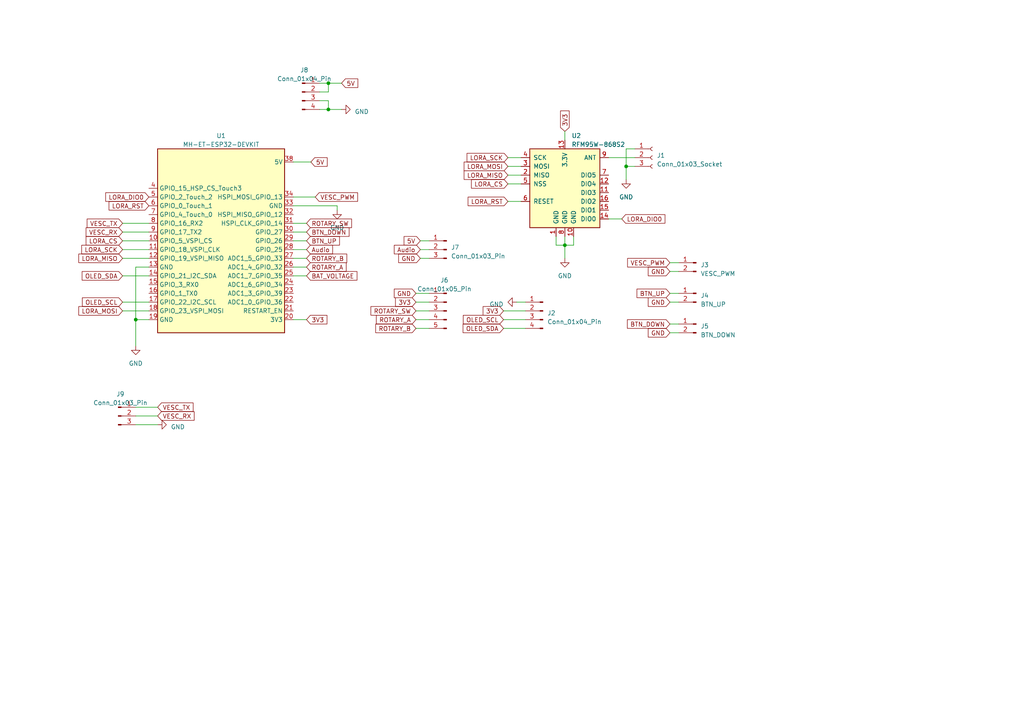
<source format=kicad_sch>
(kicad_sch (version 20230121) (generator eeschema)
  (paper "A4")
  (lib_symbols
    (symbol "Connector:Conn_01x02_Pin" (pin_names (offset 1.016) hide)
      (property "Reference" "J" (at 0 2.54 0))
      (property "Value" "Conn_01x02_Pin" (at 0 -5.08 0))
      (symbol "Conn_01x02_Pin_1_1"
        (polyline (pts (xy 1.27 -2.54) (xy 0.8636 -2.54)) (stroke (width 0.1524)))
        (polyline (pts (xy 1.27 0) (xy 0.8636 0)) (stroke (width 0.1524)))
        (rectangle (start 0.8636 -2.413) (end 0 -2.667) (stroke (width 0.1524)) (fill (type outline)))
        (rectangle (start 0.8636 0.127) (end 0 -0.127) (stroke (width 0.1524)) (fill (type outline)))
        (pin passive line (at 5.08 0 180) (length 3.81) (name "Pin_1") (number "1"))
        (pin passive line (at 5.08 -2.54 180) (length 3.81) (name "Pin_2") (number "2"))
      )
    )
    (symbol "Connector:Conn_01x03_Pin" (pin_names (offset 1.016) hide)
      (property "Reference" "J" (at 0 5.08 0))
      (property "Value" "Conn_01x03_Pin" (at 0 -5.08 0))
      (symbol "Conn_01x03_Pin_1_1"
        (polyline (pts (xy 1.27 -2.54) (xy 0.8636 -2.54)) (stroke (width 0.1524)))
        (polyline (pts (xy 1.27 0) (xy 0.8636 0)) (stroke (width 0.1524)))
        (polyline (pts (xy 1.27 2.54) (xy 0.8636 2.54)) (stroke (width 0.1524)))
        (rectangle (start 0.8636 -2.413) (end 0 -2.667) (stroke (width 0.1524)) (fill (type outline)))
        (rectangle (start 0.8636 0.127) (end 0 -0.127) (stroke (width 0.1524)) (fill (type outline)))
        (rectangle (start 0.8636 2.667) (end 0 2.413) (stroke (width 0.1524)) (fill (type outline)))
        (pin passive line (at 5.08 2.54 180) (length 3.81) (name "Pin_1") (number "1"))
        (pin passive line (at 5.08 0 180) (length 3.81) (name "Pin_2") (number "2"))
        (pin passive line (at 5.08 -2.54 180) (length 3.81) (name "Pin_3") (number "3"))
      )
    )
    (symbol "Connector:Conn_01x03_Socket" (pin_names (offset 1.016) hide)
      (property "Reference" "J" (at 0 5.08 0))
      (property "Value" "Conn_01x03_Socket" (at 0 -5.08 0))
      (symbol "Conn_01x03_Socket_1_1"
        (arc (start 0 -2.032) (mid -0.5058 -2.54) (end 0 -3.048) (stroke (width 0.1524)))
        (polyline (pts (xy -1.27 -2.54) (xy -0.508 -2.54)) (stroke (width 0.1524)))
        (polyline (pts (xy -1.27 0) (xy -0.508 0)) (stroke (width 0.1524)))
        (polyline (pts (xy -1.27 2.54) (xy -0.508 2.54)) (stroke (width 0.1524)))
        (arc (start 0 0.508) (mid -0.5058 0) (end 0 -0.508) (stroke (width 0.1524)))
        (arc (start 0 3.048) (mid -0.5058 2.54) (end 0 2.032) (stroke (width 0.1524)))
        (pin passive line (at -5.08 2.54 0) (length 3.81) (name "Pin_1") (number "1"))
        (pin passive line (at -5.08 0 0) (length 3.81) (name "Pin_2") (number "2"))
        (pin passive line (at -5.08 -2.54 0) (length 3.81) (name "Pin_3") (number "3"))
      )
    )
    (symbol "Connector:Conn_01x04_Pin" (pin_names (offset 1.016) hide)
      (property "Reference" "J" (at 0 5.08 0))
      (property "Value" "Conn_01x04_Pin" (at 0 -7.62 0))
      (symbol "Conn_01x04_Pin_1_1"
        (polyline (pts (xy 1.27 -5.08) (xy 0.8636 -5.08)) (stroke (width 0.1524)))
        (polyline (pts (xy 1.27 -2.54) (xy 0.8636 -2.54)) (stroke (width 0.1524)))
        (polyline (pts (xy 1.27 0) (xy 0.8636 0)) (stroke (width 0.1524)))
        (polyline (pts (xy 1.27 2.54) (xy 0.8636 2.54)) (stroke (width 0.1524)))
        (rectangle (start 0.8636 -4.953) (end 0 -5.207) (stroke (width 0.1524)) (fill (type outline)))
        (rectangle (start 0.8636 -2.413) (end 0 -2.667) (stroke (width 0.1524)) (fill (type outline)))
        (rectangle (start 0.8636 0.127) (end 0 -0.127) (stroke (width 0.1524)) (fill (type outline)))
        (rectangle (start 0.8636 2.667) (end 0 2.413) (stroke (width 0.1524)) (fill (type outline)))
        (pin passive line (at 5.08 2.54 180) (length 3.81) (name "Pin_1") (number "1"))
        (pin passive line (at 5.08 0 180) (length 3.81) (name "Pin_2") (number "2"))
        (pin passive line (at 5.08 -2.54 180) (length 3.81) (name "Pin_3") (number "3"))
        (pin passive line (at 5.08 -5.08 180) (length 3.81) (name "Pin_4") (number "4"))
      )
    )
    (symbol "Connector:Conn_01x05_Pin" (pin_names (offset 1.016) hide)
      (property "Reference" "J" (at 0 7.62 0))
      (property "Value" "Conn_01x05_Pin" (at 0 -7.62 0))
      (symbol "Conn_01x05_Pin_1_1"
        (polyline (pts (xy 1.27 -5.08) (xy 0.8636 -5.08)) (stroke (width 0.1524)))
        (polyline (pts (xy 1.27 -2.54) (xy 0.8636 -2.54)) (stroke (width 0.1524)))
        (polyline (pts (xy 1.27 0) (xy 0.8636 0)) (stroke (width 0.1524)))
        (polyline (pts (xy 1.27 2.54) (xy 0.8636 2.54)) (stroke (width 0.1524)))
        (polyline (pts (xy 1.27 5.08) (xy 0.8636 5.08)) (stroke (width 0.1524)))
        (rectangle (start 0.8636 -4.953) (end 0 -5.207) (stroke (width 0.1524)) (fill (type outline)))
        (rectangle (start 0.8636 -2.413) (end 0 -2.667) (stroke (width 0.1524)) (fill (type outline)))
        (rectangle (start 0.8636 0.127) (end 0 -0.127) (stroke (width 0.1524)) (fill (type outline)))
        (rectangle (start 0.8636 2.667) (end 0 2.413) (stroke (width 0.1524)) (fill (type outline)))
        (rectangle (start 0.8636 5.207) (end 0 4.953) (stroke (width 0.1524)) (fill (type outline)))
        (pin passive line (at 5.08 5.08 180) (length 3.81) (name "Pin_1") (number "1"))
        (pin passive line (at 5.08 2.54 180) (length 3.81) (name "Pin_2") (number "2"))
        (pin passive line (at 5.08 0 180) (length 3.81) (name "Pin_3") (number "3"))
        (pin passive line (at 5.08 -2.54 180) (length 3.81) (name "Pin_4") (number "4"))
        (pin passive line (at 5.08 -5.08 180) (length 3.81) (name "Pin_5") (number "5"))
      )
    )
    (symbol "Juergen:MH-ET-ESP32-Devkit"
      (property "Reference" "U" (at -12.7 27.94 0))
      (property "Value" "MH-ET-ESP32-DEVKIT" (at 1.27 27.94 0))
      (symbol "MH-ET-ESP32-Devkit_1_1"
        (rectangle (start -24.13 26.67) (end 12.7 -26.67) (stroke (width 0.254)) (fill (type background)))
        (pin no_connect line (at -26.67 22.86 0) (length 2.54) hide (name "GPIO6") (number "1"))
        (pin bidirectional line (at -26.67 0 0) (length 2.54) (name "GPIO_5_VSPI_CS") (number "10"))
        (pin bidirectional line (at -26.67 -2.54 0) (length 2.54) (name "GPIO_18_VSPI_CLK") (number "11"))
        (pin bidirectional line (at -26.67 -5.08 0) (length 2.54) (name "GPIO_19_VSPI_MISO") (number "12"))
        (pin power_in line (at -26.67 -7.62 0) (length 2.54) (name "GND") (number "13"))
        (pin bidirectional line (at -26.67 -10.16 0) (length 2.54) (name "GPIO_21_I2C_SDA") (number "14"))
        (pin input line (at -26.67 -12.7 0) (length 2.54) (name "GPIO_3_RX0") (number "15"))
        (pin output line (at -26.67 -15.24 0) (length 2.54) (name "GPIO_1_TX0") (number "16"))
        (pin output line (at -26.67 -17.78 0) (length 2.54) (name "GPIO_22_I2C_SCL") (number "17"))
        (pin bidirectional line (at -26.67 -20.32 0) (length 2.54) (name "GPIO_23_VSPI_MOSI") (number "18"))
        (pin power_in line (at -26.67 -22.86 0) (length 2.54) (name "GND") (number "19"))
        (pin no_connect line (at -26.67 20.32 0) (length 2.54) hide (name "GPIO7") (number "2"))
        (pin output line (at 15.24 -22.86 180) (length 2.54) (name "3V3") (number "20"))
        (pin bidirectional line (at 15.24 -20.32 180) (length 2.54) (name "RESTART_EN") (number "21"))
        (pin input line (at 15.24 -17.78 180) (length 2.54) (name "ADC1_0_GPIO_36") (number "22"))
        (pin input line (at 15.24 -15.24 180) (length 2.54) (name "ADC1_3_GPIO_39") (number "23"))
        (pin bidirectional line (at 15.24 -12.7 180) (length 2.54) (name "ADC1_6_GPIO_34") (number "24"))
        (pin bidirectional line (at 15.24 -10.16 180) (length 2.54) (name "ADC1_7_GPIO_35") (number "25"))
        (pin bidirectional line (at 15.24 -7.62 180) (length 2.54) (name "ADC1_4_GPIO_32") (number "26"))
        (pin bidirectional line (at 15.24 -5.08 180) (length 2.54) (name "ADC1_5_GPIO_33") (number "27"))
        (pin bidirectional line (at 15.24 -2.54 180) (length 2.54) (name "GPIO_25") (number "28"))
        (pin bidirectional line (at 15.24 0 180) (length 2.54) (name "GPIO_26") (number "29"))
        (pin no_connect line (at -26.67 17.78 0) (length 2.54) hide (name "GPIO8") (number "3"))
        (pin bidirectional line (at 15.24 2.54 180) (length 2.54) (name "GPIO_27") (number "30"))
        (pin bidirectional line (at 15.24 5.08 180) (length 2.54) (name "HSPI_CLK_GPIO_14") (number "31"))
        (pin bidirectional line (at 15.24 7.62 180) (length 2.54) (name "HSPI_MISO_GPIO_12") (number "32"))
        (pin power_in line (at 15.24 10.16 180) (length 2.54) (name "GND") (number "33"))
        (pin bidirectional line (at 15.24 12.7 180) (length 2.54) (name "HSPI_MOSI_GPIO_13") (number "34"))
        (pin bidirectional line (at 15.24 15.24 180) (length 2.54) hide (name "GPIO_9") (number "35"))
        (pin bidirectional line (at 15.24 17.78 180) (length 2.54) hide (name "GPIO_10") (number "36"))
        (pin bidirectional line (at 15.24 20.32 180) (length 2.54) hide (name "GPIO_11") (number "37"))
        (pin power_in line (at 15.24 22.86 180) (length 2.54) (name "5V") (number "38"))
        (pin input line (at -26.67 15.24 0) (length 2.54) (name "GPIO_15_HSP_CS_Touch3") (number "4"))
        (pin input line (at -26.67 12.7 0) (length 2.54) (name "GPIO_2_Touch_2") (number "5"))
        (pin input line (at -26.67 10.16 0) (length 2.54) (name "GPIO_0_Touch_1") (number "6"))
        (pin input line (at -26.67 7.62 0) (length 2.54) (name "GPIO_4_Touch_0") (number "7"))
        (pin bidirectional line (at -26.67 5.08 0) (length 2.54) (name "GPIO_16_RX2") (number "8"))
        (pin bidirectional line (at -26.67 2.54 0) (length 2.54) (name "GPIO_17_TX2") (number "9"))
      )
    )
    (symbol "RF_Module:RFM95W-868S2" (pin_names (offset 1.016))
      (property "Reference" "U" (at -10.414 11.684 0))
      (property "Value" "RFM95W-868S2" (at 1.524 11.43 0))
      (symbol "RFM95W-868S2_0_1"
        (rectangle (start -10.16 10.16) (end 10.16 -12.7) (stroke (width 0.254)) (fill (type background)))
      )
      (symbol "RFM95W-868S2_1_1"
        (pin power_in line (at -2.54 -15.24 90) (length 2.54) (name "GND") (number "1"))
        (pin power_in line (at 2.54 -15.24 90) (length 2.54) (name "GND") (number "10"))
        (pin bidirectional line (at 12.7 -2.54 180) (length 2.54) (name "DIO3") (number "11"))
        (pin bidirectional line (at 12.7 0 180) (length 2.54) (name "DIO4") (number "12"))
        (pin power_in line (at 0 12.7 270) (length 2.54) (name "3.3V") (number "13"))
        (pin bidirectional line (at 12.7 -10.16 180) (length 2.54) (name "DIO0") (number "14"))
        (pin bidirectional line (at 12.7 -7.62 180) (length 2.54) (name "DIO1") (number "15"))
        (pin bidirectional line (at 12.7 -5.08 180) (length 2.54) (name "DIO2") (number "16"))
        (pin output line (at -12.7 2.54 0) (length 2.54) (name "MISO") (number "2"))
        (pin input line (at -12.7 5.08 0) (length 2.54) (name "MOSI") (number "3"))
        (pin input line (at -12.7 7.62 0) (length 2.54) (name "SCK") (number "4"))
        (pin input line (at -12.7 0 0) (length 2.54) (name "NSS") (number "5"))
        (pin bidirectional line (at -12.7 -5.08 0) (length 2.54) (name "RESET") (number "6"))
        (pin bidirectional line (at 12.7 2.54 180) (length 2.54) (name "DIO5") (number "7"))
        (pin power_in line (at 0 -15.24 90) (length 2.54) (name "GND") (number "8"))
        (pin bidirectional line (at 12.7 7.62 180) (length 2.54) (name "ANT") (number "9"))
      )
    )
    (symbol "power:GND" (power) (pin_names (offset 0))
      (property "Value" "GND" (at 0 -3.81 0))
      (symbol "GND_0_1"
        (polyline (pts (xy 0 0) (xy 0 -1.27) (xy 1.27 -1.27) (xy 0 -2.54) (xy -1.27 -1.27) (xy 0 -1.27)))
      )
      (symbol "GND_1_1"
        (pin power_in line (at 0 0 270) (length 0) hide (name "GND") (number "1"))
      )
    )
  )
  (junction (at 95.25 31.75))
  (junction (at 163.83 71.12))
  (junction (at 181.61 48.26))
  (junction (at 39.37 92.71))
  (junction (at 95.25 24.13))
  (wire (pts (xy 194.31 78.74) (xy 196.85 78.74)))
  (wire (pts (xy 35.56 67.31) (xy 43.18 67.31)))
  (wire (pts (xy 181.61 48.26) (xy 181.61 52.07)))
  (wire (pts (xy 176.53 63.5) (xy 180.34 63.5)))
  (wire (pts (xy 85.09 69.85) (xy 88.9 69.85)))
  (wire (pts (xy 85.09 72.39) (xy 88.9 72.39)))
  (wire (pts (xy 35.56 69.85) (xy 43.18 69.85)))
  (wire (pts (xy 35.56 90.17) (xy 43.18 90.17)))
  (wire (pts (xy 85.09 77.47) (xy 88.9 77.47)))
  (wire (pts (xy 163.83 71.12) (xy 163.83 74.93)))
  (wire (pts (xy 146.05 95.25) (xy 152.4 95.25)))
  (wire (pts (xy 163.83 38.1) (xy 163.83 40.64)))
  (wire (pts (xy 194.31 93.98) (xy 196.85 93.98)))
  (wire (pts (xy 181.61 43.18) (xy 181.61 48.26)))
  (wire (pts (xy 163.83 68.58) (xy 163.83 71.12)))
  (wire (pts (xy 95.25 29.21) (xy 95.25 31.75)))
  (wire (pts (xy 92.71 31.75) (xy 95.25 31.75)))
  (wire (pts (xy 147.32 48.26) (xy 151.13 48.26)))
  (wire (pts (xy 95.25 31.75) (xy 99.06 31.75)))
  (wire (pts (xy 39.37 123.19) (xy 45.72 123.19)))
  (wire (pts (xy 181.61 48.26) (xy 184.15 48.26)))
  (wire (pts (xy 166.37 71.12) (xy 166.37 68.58)))
  (wire (pts (xy 194.31 85.09) (xy 196.85 85.09)))
  (wire (pts (xy 92.71 29.21) (xy 95.25 29.21)))
  (wire (pts (xy 39.37 77.47) (xy 43.18 77.47)))
  (wire (pts (xy 35.56 64.77) (xy 43.18 64.77)))
  (wire (pts (xy 92.71 24.13) (xy 95.25 24.13)))
  (wire (pts (xy 35.56 74.93) (xy 43.18 74.93)))
  (wire (pts (xy 85.09 74.93) (xy 88.9 74.93)))
  (wire (pts (xy 92.71 26.67) (xy 95.25 26.67)))
  (wire (pts (xy 120.65 95.25) (xy 124.46 95.25)))
  (wire (pts (xy 85.09 64.77) (xy 88.9 64.77)))
  (wire (pts (xy 85.09 67.31) (xy 88.9 67.31)))
  (wire (pts (xy 39.37 120.65) (xy 45.72 120.65)))
  (wire (pts (xy 85.09 80.01) (xy 88.9 80.01)))
  (wire (pts (xy 39.37 92.71) (xy 43.18 92.71)))
  (wire (pts (xy 147.32 53.34) (xy 151.13 53.34)))
  (wire (pts (xy 161.29 71.12) (xy 163.83 71.12)))
  (wire (pts (xy 35.56 80.01) (xy 43.18 80.01)))
  (wire (pts (xy 120.65 92.71) (xy 124.46 92.71)))
  (wire (pts (xy 120.65 90.17) (xy 124.46 90.17)))
  (wire (pts (xy 95.25 24.13) (xy 99.06 24.13)))
  (wire (pts (xy 85.09 46.99) (xy 90.17 46.99)))
  (wire (pts (xy 194.31 76.2) (xy 196.85 76.2)))
  (wire (pts (xy 147.32 50.8) (xy 151.13 50.8)))
  (wire (pts (xy 97.79 59.69) (xy 85.09 59.69)))
  (wire (pts (xy 120.65 87.63) (xy 124.46 87.63)))
  (wire (pts (xy 194.31 96.52) (xy 196.85 96.52)))
  (wire (pts (xy 121.92 69.85) (xy 124.46 69.85)))
  (wire (pts (xy 121.92 74.93) (xy 124.46 74.93)))
  (wire (pts (xy 147.32 45.72) (xy 151.13 45.72)))
  (wire (pts (xy 176.53 45.72) (xy 184.15 45.72)))
  (wire (pts (xy 39.37 100.33) (xy 39.37 92.71)))
  (wire (pts (xy 147.32 58.42) (xy 151.13 58.42)))
  (wire (pts (xy 85.09 92.71) (xy 88.9 92.71)))
  (wire (pts (xy 39.37 92.71) (xy 39.37 77.47)))
  (wire (pts (xy 97.79 59.69) (xy 97.79 60.96)))
  (wire (pts (xy 39.37 118.11) (xy 45.72 118.11)))
  (wire (pts (xy 146.05 92.71) (xy 152.4 92.71)))
  (wire (pts (xy 35.56 87.63) (xy 43.18 87.63)))
  (wire (pts (xy 146.05 90.17) (xy 152.4 90.17)))
  (wire (pts (xy 149.86 87.63) (xy 152.4 87.63)))
  (wire (pts (xy 161.29 68.58) (xy 161.29 71.12)))
  (wire (pts (xy 163.83 71.12) (xy 166.37 71.12)))
  (wire (pts (xy 121.92 72.39) (xy 124.46 72.39)))
  (wire (pts (xy 95.25 26.67) (xy 95.25 24.13)))
  (wire (pts (xy 184.15 43.18) (xy 181.61 43.18)))
  (wire (pts (xy 35.56 72.39) (xy 43.18 72.39)))
  (wire (pts (xy 194.31 87.63) (xy 196.85 87.63)))
  (wire (pts (xy 85.09 57.15) (xy 91.44 57.15)))
  (wire (pts (xy 120.65 85.09) (xy 124.46 85.09)))
  (global_label "3V3" (shape input) (at 163.83 38.1 90) (property "Intersheetrefs" "${INTERSHEET_REFS}" (effects hide)))
  (global_label "ROTARY_A" (shape input) (at 88.9 77.47 0) (property "Intersheetrefs" "${INTERSHEET_REFS}" (effects hide)))
  (global_label "BTN_DOWN" (shape input) (at 88.9 67.31 0) (property "Intersheetrefs" "${INTERSHEET_REFS}" (effects hide)))
  (global_label "GND" (shape input) (at 194.31 96.52 180) (property "Intersheetrefs" "${INTERSHEET_REFS}" (effects hide)))
  (global_label "ROTARY_SW" (shape input) (at 88.9 64.77 0) (property "Intersheetrefs" "${INTERSHEET_REFS}" (effects hide)))
  (global_label "LORA_RST" (shape input) (at 147.32 58.42 180) (property "Intersheetrefs" "${INTERSHEET_REFS}" (effects hide)))
  (global_label "OLED_SCL" (shape input) (at 35.56 87.63 180) (property "Intersheetrefs" "${INTERSHEET_REFS}" (effects hide)))
  (global_label "LORA_MISO" (shape input) (at 35.56 74.93 180) (property "Intersheetrefs" "${INTERSHEET_REFS}" (effects hide)))
  (global_label "ROTARY_A" (shape input) (at 120.65 92.71 180) (property "Intersheetrefs" "${INTERSHEET_REFS}" (effects hide)))
  (global_label "LORA_MISO" (shape input) (at 147.32 50.8 180) (property "Intersheetrefs" "${INTERSHEET_REFS}" (effects hide)))
  (global_label "BAT_VOLTAGE" (shape input) (at 88.9 80.01 0) (property "Intersheetrefs" "${INTERSHEET_REFS}" (effects hide)))
  (global_label "LORA_RST" (shape input) (at 43.18 59.69 180) (property "Intersheetrefs" "${INTERSHEET_REFS}" (effects hide)))
  (global_label "LORA_DIO0" (shape input) (at 180.34 63.5 0) (property "Intersheetrefs" "${INTERSHEET_REFS}" (effects hide)))
  (global_label "LORA_DIO0" (shape input) (at 43.18 57.15 180) (property "Intersheetrefs" "${INTERSHEET_REFS}" (effects hide)))
  (global_label "LORA_SCK" (shape input) (at 35.56 72.39 180) (property "Intersheetrefs" "${INTERSHEET_REFS}" (effects hide)))
  (global_label "LORA_MOSI" (shape input) (at 35.56 90.17 180) (property "Intersheetrefs" "${INTERSHEET_REFS}" (effects hide)))
  (global_label "LORA_CS" (shape input) (at 147.32 53.34 180) (property "Intersheetrefs" "${INTERSHEET_REFS}" (effects hide)))
  (global_label "OLED_SCL" (shape input) (at 146.05 92.71 180) (property "Intersheetrefs" "${INTERSHEET_REFS}" (effects hide)))
  (global_label "OLED_SDA" (shape input) (at 146.05 95.25 180) (property "Intersheetrefs" "${INTERSHEET_REFS}" (effects hide)))
  (global_label "5V" (shape input) (at 121.92 69.85 180) (property "Intersheetrefs" "${INTERSHEET_REFS}" (effects hide)))
  (global_label "VESC_RX" (shape input) (at 35.56 67.31 180) (property "Intersheetrefs" "${INTERSHEET_REFS}" (effects hide)))
  (global_label "3V3" (shape input) (at 88.9 92.71 0) (property "Intersheetrefs" "${INTERSHEET_REFS}" (effects hide)))
  (global_label "VESC_TX" (shape input) (at 35.56 64.77 180) (property "Intersheetrefs" "${INTERSHEET_REFS}" (effects hide)))
  (global_label "VESC_RX" (shape input) (at 45.72 120.65 0) (property "Intersheetrefs" "${INTERSHEET_REFS}" (effects hide)))
  (global_label "5V" (shape input) (at 90.17 46.99 0) (property "Intersheetrefs" "${INTERSHEET_REFS}" (effects hide)))
  (global_label "VESC_PWM" (shape input) (at 91.44 57.15 0) (property "Intersheetrefs" "${INTERSHEET_REFS}" (effects hide)))
  (global_label "3V3" (shape input) (at 120.65 87.63 180) (property "Intersheetrefs" "${INTERSHEET_REFS}" (effects hide)))
  (global_label "3V3" (shape input) (at 146.05 90.17 180) (property "Intersheetrefs" "${INTERSHEET_REFS}" (effects hide)))
  (global_label "Audio" (shape input) (at 88.9 72.39 0) (property "Intersheetrefs" "${INTERSHEET_REFS}" (effects hide)))
  (global_label "GND" (shape input) (at 121.92 74.93 180) (property "Intersheetrefs" "${INTERSHEET_REFS}" (effects hide)))
  (global_label "ROTARY_B" (shape input) (at 88.9 74.93 0) (property "Intersheetrefs" "${INTERSHEET_REFS}" (effects hide)))
  (global_label "LORA_CS" (shape input) (at 35.56 69.85 180) (property "Intersheetrefs" "${INTERSHEET_REFS}" (effects hide)))
  (global_label "BTN_DOWN" (shape input) (at 194.31 93.98 180) (property "Intersheetrefs" "${INTERSHEET_REFS}" (effects hide)))
  (global_label "VESC_TX" (shape input) (at 45.72 118.11 0) (property "Intersheetrefs" "${INTERSHEET_REFS}" (effects hide)))
  (global_label "BTN_UP" (shape input) (at 194.31 85.09 180) (property "Intersheetrefs" "${INTERSHEET_REFS}" (effects hide)))
  (global_label "ROTARY_B" (shape input) (at 120.65 95.25 180) (property "Intersheetrefs" "${INTERSHEET_REFS}" (effects hide)))
  (global_label "OLED_SDA" (shape input) (at 35.56 80.01 180) (property "Intersheetrefs" "${INTERSHEET_REFS}" (effects hide)))
  (global_label "5V" (shape input) (at 99.06 24.13 0) (property "Intersheetrefs" "${INTERSHEET_REFS}" (effects hide)))
  (global_label "ROTARY_SW" (shape input) (at 120.65 90.17 180) (property "Intersheetrefs" "${INTERSHEET_REFS}" (effects hide)))
  (global_label "Audio" (shape input) (at 121.92 72.39 180) (property "Intersheetrefs" "${INTERSHEET_REFS}" (effects hide)))
  (global_label "BTN_UP" (shape input) (at 88.9 69.85 0) (property "Intersheetrefs" "${INTERSHEET_REFS}" (effects hide)))
  (global_label "LORA_SCK" (shape input) (at 147.32 45.72 180) (property "Intersheetrefs" "${INTERSHEET_REFS}" (effects hide)))
  (global_label "GND" (shape input) (at 194.31 87.63 180) (property "Intersheetrefs" "${INTERSHEET_REFS}" (effects hide)))
  (global_label "VESC_PWM" (shape input) (at 194.31 76.2 180) (property "Intersheetrefs" "${INTERSHEET_REFS}" (effects hide)))
  (global_label "LORA_MOSI" (shape input) (at 147.32 48.26 180) (property "Intersheetrefs" "${INTERSHEET_REFS}" (effects hide)))
  (global_label "GND" (shape input) (at 194.31 78.74 180) (property "Intersheetrefs" "${INTERSHEET_REFS}" (effects hide)))
  (global_label "GND" (shape input) (at 120.65 85.09 180) (property "Intersheetrefs" "${INTERSHEET_REFS}" (effects hide)))
  (symbol (lib_id "power:GND") (at 181.61 52.07 0) (unit 1)
    (property "Reference" "#PWR04" (effects hide))
    (property "Value" "GND" (at 181.61 57.15 0))
  )
  (symbol (lib_id "power:GND") (at 99.06 31.75 90) (unit 1)
    (property "Reference" "#PWR06" (effects hide))
    (property "Value" "GND" (at 102.87 32.385 90) (effects (justify right)))
  )
  (symbol (lib_id "power:GND") (at 163.83 74.93 0) (unit 1)
    (property "Reference" "#PWR01" (effects hide))
    (property "Value" "GND" (at 163.83 80.01 0))
  )
  (symbol (lib_id "RF_Module:RFM95W-868S2") (at 163.83 53.34 0) (unit 1)
    (property "Reference" "U2" (at 165.7859 39.37 0) (effects (justify left)))
    (property "Value" "RFM95W-868S2" (at 165.7859 41.91 0) (effects (justify left)))
    (property "Footprint" "RF_Module:HOPERF_RFM9XW_SMD" (effects hide))
    (property "Datasheet" "https://www.hoperf.com/data/upload/portal/20181127/5bfcbea20e9ef.pdf" (effects hide))
  )
  (symbol (lib_id "Connector:Conn_01x04_Pin") (at 157.48 90.17 0) (mirror y) (unit 1)
    (property "Reference" "J2" (at 158.75 90.805 0) (effects (justify right)))
    (property "Value" "Conn_01x04_Pin" (at 158.75 93.345 0) (effects (justify right)))
    (property "Footprint" "Connector_JST:JST_PH_B4B-PH-K_1x04_P2.00mm_Vertical" (effects hide))
  )
  (symbol (lib_id "power:GND") (at 45.72 123.19 90) (unit 1)
    (property "Reference" "#PWR07" (effects hide))
    (property "Value" "GND" (at 49.53 123.825 90) (effects (justify right)))
  )
  (symbol (lib_id "Connector:Conn_01x03_Pin") (at 129.54 72.39 0) (mirror y) (unit 1)
    (property "Reference" "J7" (at 130.81 71.755 0) (effects (justify right)))
    (property "Value" "Conn_01x03_Pin" (at 130.81 74.295 0) (effects (justify right)))
    (property "Footprint" "Connector_JST:JST_PH_B3B-PH-K_1x03_P2.00mm_Vertical" (effects hide))
  )
  (symbol (lib_id "Connector:Conn_01x02_Pin") (at 201.93 76.2 0) (mirror y) (unit 1)
    (property "Reference" "J3" (at 203.2 76.835 0) (effects (justify right)))
    (property "Value" "VESC_PWM" (at 203.2 79.375 0) (effects (justify right)))
    (property "Footprint" "Connector_JST:JST_PH_B2B-PH-K_1x02_P2.00mm_Vertical" (effects hide))
  )
  (symbol (lib_id "Connector:Conn_01x04_Pin") (at 87.63 26.67 0) (unit 1)
    (property "Reference" "J8" (at 88.265 20.32 0))
    (property "Value" "Conn_01x04_Pin" (at 88.265 22.86 0))
    (property "Footprint" "Connector_PinHeader_2.54mm:PinHeader_1x04_P2.54mm_Vertical" (effects hide))
  )
  (symbol (lib_id "Connector:Conn_01x03_Pin") (at 34.29 120.65 0) (unit 1)
    (property "Reference" "J9" (at 34.925 114.3 0))
    (property "Value" "Conn_01x03_Pin" (at 34.925 116.84 0))
    (property "Footprint" "Connector_JST:JST_PH_B3B-PH-K_1x03_P2.00mm_Vertical" (effects hide))
  )
  (symbol (lib_id "Juergen:MH-ET-ESP32-Devkit") (at 69.85 69.85 0) (unit 1)
    (property "Reference" "U1" (at 64.135 39.37 0))
    (property "Value" "MH-ET-ESP32-DEVKIT" (at 64.135 41.91 0))
    (property "Footprint" "Juergen:MH-ET-ESP32-Devkit" (effects hide))
    (property "Datasheet" "https://www.espressif.com/sites/default/files/documentation/esp32-wroom-32_datasheet_en.pdf" (effects hide))
  )
  (symbol (lib_id "power:GND") (at 149.86 87.63 270) (unit 1)
    (property "Reference" "#PWR05" (effects hide))
    (property "Value" "GND" (at 146.05 88.265 90) (effects (justify right)))
  )
  (symbol (lib_id "Connector:Conn_01x03_Socket") (at 189.23 45.72 0) (unit 1)
    (property "Reference" "J1" (at 190.5 45.085 0) (effects (justify left)))
    (property "Value" "Conn_01x03_Socket" (at 190.5 47.625 0) (effects (justify left)))
    (property "Footprint" "Connector_PinHeader_2.54mm:PinHeader_1x03_P2.54mm_Vertical" (effects hide))
  )
  (symbol (lib_id "Connector:Conn_01x02_Pin") (at 201.93 93.98 0) (mirror y) (unit 1)
    (property "Reference" "J5" (at 203.2 94.615 0) (effects (justify right)))
    (property "Value" "BTN_DOWN" (at 203.2 97.155 0) (effects (justify right)))
    (property "Footprint" "Connector_JST:JST_PH_B2B-PH-K_1x02_P2.00mm_Vertical" (effects hide))
  )
  (symbol (lib_id "Connector:Conn_01x05_Pin") (at 129.54 90.17 0) (mirror y) (unit 1)
    (property "Reference" "J6" (at 128.905 81.28 0))
    (property "Value" "Conn_01x05_Pin" (at 128.905 83.82 0))
    (property "Footprint" "Connector_JST:JST_PH_B5B-PH-K_1x05_P2.00mm_Vertical" (effects hide))
  )
  (symbol (lib_id "power:GND") (at 39.37 100.33 0) (unit 1)
    (property "Reference" "#PWR02" (effects hide))
    (property "Value" "GND" (at 39.37 105.41 0))
  )
  (symbol (lib_id "power:GND") (at 97.79 60.96 0) (unit 1)
    (property "Reference" "#PWR03" (effects hide))
    (property "Value" "GND" (at 97.79 66.04 0))
  )
  (symbol (lib_id "Connector:Conn_01x02_Pin") (at 201.93 85.09 0) (mirror y) (unit 1)
    (property "Reference" "J4" (at 203.2 85.725 0) (effects (justify right)))
    (property "Value" "BTN_UP" (at 203.2 88.265 0) (effects (justify right)))
    (property "Footprint" "Connector_JST:JST_PH_B2B-PH-K_1x02_P2.00mm_Vertical" (effects hide))
  )
)
</source>
